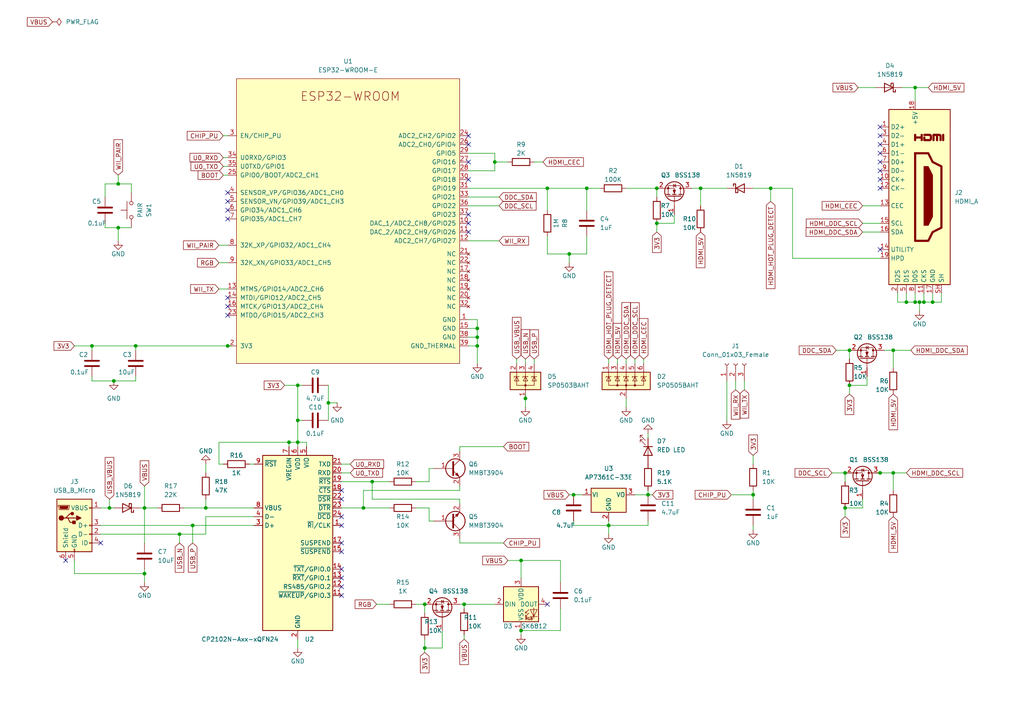
<source format=kicad_sch>
(kicad_sch (version 20211123) (generator eeschema)
  (paper "A4")
  (lib_symbols
    (symbol "Connector:Conn_01x03_Female" (pin_names (offset 1.016) hide)
      (property "Reference" "J" (at 0 5.08 0))
      (property "Value" "Conn_01x03_Female" (at 0 -5.08 0))
      (symbol "Conn_01x03_Female_1_1"
        (pin passive line (at -5.08 2.54 0) (length 3.81) (name "Pin_1") (number "1"))
        (pin passive line (at -5.08 0 0) (length 3.81) (name "Pin_2") (number "2"))
        (pin passive line (at -5.08 -2.54 0) (length 3.81) (name "Pin_3") (number "3"))
      )
    )
    (symbol "Connector:HDMI_A"
      (property "Reference" "J" (at -6.35 26.67 0))
      (property "Value" "HDMI_A" (at 10.16 26.67 0))
      (symbol "HDMI_A_1_1"
        (pin passive line (at -10.16 20.32 0) (length 2.54) (name "D2+") (number "1"))
        (pin passive line (at -10.16 5.08 0) (length 2.54) (name "CK+") (number "10"))
        (pin power_in line (at 2.54 -27.94 90) (length 2.54) (name "CKS") (number "11"))
        (pin passive line (at -10.16 2.54 0) (length 2.54) (name "CK-") (number "12"))
        (pin bidirectional line (at -10.16 -2.54 0) (length 2.54) (name "CEC") (number "13"))
        (pin passive line (at -10.16 -15.24 0) (length 2.54) (name "UTILITY") (number "14"))
        (pin passive line (at -10.16 -7.62 0) (length 2.54) (name "SCL") (number "15"))
        (pin bidirectional line (at -10.16 -10.16 0) (length 2.54) (name "SDA") (number "16"))
        (pin power_in line (at 5.08 -27.94 90) (length 2.54) (name "GND") (number "17"))
        (pin power_in line (at 0 27.94 270) (length 2.54) (name "+5V") (number "18"))
        (pin passive line (at -10.16 -17.78 0) (length 2.54) (name "HPD") (number "19"))
        (pin power_in line (at -5.08 -27.94 90) (length 2.54) (name "D2S") (number "2"))
        (pin passive line (at -10.16 17.78 0) (length 2.54) (name "D2-") (number "3"))
        (pin passive line (at -10.16 15.24 0) (length 2.54) (name "D1+") (number "4"))
        (pin power_in line (at -2.54 -27.94 90) (length 2.54) (name "D1S") (number "5"))
        (pin passive line (at -10.16 12.7 0) (length 2.54) (name "D1-") (number "6"))
        (pin passive line (at -10.16 10.16 0) (length 2.54) (name "D0+") (number "7"))
        (pin power_in line (at 0 -27.94 90) (length 2.54) (name "D0S") (number "8"))
        (pin passive line (at -10.16 7.62 0) (length 2.54) (name "D0-") (number "9"))
        (pin passive line (at 7.62 -27.94 90) (length 2.54) (name "SH") (number "SH"))
      )
    )
    (symbol "Connector:USB_B_Micro" (pin_names (offset 1.016))
      (property "Reference" "J" (at -5.08 11.43 0))
      (property "Value" "USB_B_Micro" (at -5.08 8.89 0))
      (symbol "USB_B_Micro_1_1"
        (pin power_out line (at 7.62 5.08 180) (length 2.54) (name "VBUS") (number "1"))
        (pin bidirectional line (at 7.62 -2.54 180) (length 2.54) (name "D-") (number "2"))
        (pin bidirectional line (at 7.62 0 180) (length 2.54) (name "D+") (number "3"))
        (pin passive line (at 7.62 -5.08 180) (length 2.54) (name "ID") (number "4"))
        (pin power_out line (at 0 -10.16 90) (length 2.54) (name "GND") (number "5"))
        (pin passive line (at -2.54 -10.16 90) (length 2.54) (name "Shield") (number "6"))
      )
    )
    (symbol "Device:C" (pin_numbers hide) (pin_names (offset 0.254))
      (property "Reference" "C" (at 0.635 2.54 0))
      (property "Value" "C" (at 0.635 -2.54 0))
      (symbol "C_1_1"
        (pin passive line (at 0 3.81 270) (length 2.794) (name "~") (number "1"))
        (pin passive line (at 0 -3.81 90) (length 2.794) (name "~") (number "2"))
      )
    )
    (symbol "Device:LED" (pin_numbers hide) (pin_names (offset 1.016) hide)
      (property "Reference" "D" (at 0 2.54 0))
      (property "Value" "LED" (at 0 -2.54 0))
      (symbol "LED_1_1"
        (pin passive line (at -3.81 0 0) (length 2.54) (name "K") (number "1"))
        (pin passive line (at 3.81 0 180) (length 2.54) (name "A") (number "2"))
      )
    )
    (symbol "Device:R" (pin_numbers hide) (pin_names (offset 0))
      (property "Reference" "R" (at 2.032 0 90))
      (property "Value" "R" (at 0 0 90))
      (symbol "R_1_1"
        (pin passive line (at 0 3.81 270) (length 1.27) (name "~") (number "1"))
        (pin passive line (at 0 -3.81 90) (length 1.27) (name "~") (number "2"))
      )
    )
    (symbol "Diode:1N5819" (pin_numbers hide) (pin_names (offset 1.016) hide)
      (property "Reference" "D" (at 0 2.54 0))
      (property "Value" "1N5819" (at 0 -2.54 0))
      (symbol "1N5819_1_1"
        (pin passive line (at -3.81 0 0) (length 2.54) (name "K") (number "1"))
        (pin passive line (at 3.81 0 180) (length 2.54) (name "A") (number "2"))
      )
    )
    (symbol "Espressif:ESP32-WROOM-E" (pin_names (offset 1.016))
      (property "Reference" "U" (at 0 43.18 0))
      (property "Value" "ESP32-WROOM-E" (at 0 -41.91 0))
      (symbol "ESP32-WROOM-E_1_1"
        (text "ESP32-­WROOM­" (at 1.27 36.83 0) (effects (font (size 2.54 2.54))))
        (pin power_in line (at 35.56 -27.94 180) (length 2.54) (name "GND") (number "1"))
        (pin bidirectional line (at 35.56 0 180) (length 2.54) (name "DAC_1/ADC2_CH8/GPIO25") (number "10"))
        (pin bidirectional line (at 35.56 -2.54 180) (length 2.54) (name "DAC_2/ADC2_CH9/GPIO26") (number "11"))
        (pin bidirectional line (at 35.56 -5.08 180) (length 2.54) (name "ADC2_CH7/GPIO27") (number "12"))
        (pin bidirectional line (at -34.29 -19.05 0) (length 2.54) (name "MTMS/GPIO14/ADC2_CH6") (number "13"))
        (pin bidirectional line (at -34.29 -21.59 0) (length 2.54) (name "MTDI/GPIO12/ADC2_CH5") (number "14"))
        (pin power_in line (at 35.56 -30.48 180) (length 2.54) (name "GND") (number "15"))
        (pin bidirectional line (at -34.29 -24.13 0) (length 2.54) (name "MTCK/GPIO13/ADC2_CH4") (number "16"))
        (pin no_connect line (at 35.56 -13.97 180) (length 2.54) (name "NC") (number "17"))
        (pin no_connect line (at 35.56 -16.51 180) (length 2.54) (name "NC") (number "18"))
        (pin no_connect line (at 35.56 -19.05 180) (length 2.54) (name "NC") (number "19"))
        (pin power_in line (at -34.29 -35.56 0) (length 2.54) (name "3V3") (number "2"))
        (pin no_connect line (at 35.56 -21.59 180) (length 2.54) (name "NC") (number "20"))
        (pin no_connect line (at 35.56 -8.89 180) (length 2.54) (name "NC") (number "21"))
        (pin no_connect line (at 35.56 -11.43 180) (length 2.54) (name "NC") (number "22"))
        (pin bidirectional line (at -34.29 -26.67 0) (length 2.54) (name "MTDO/GPIO15/ADC2_CH3") (number "23"))
        (pin bidirectional line (at 35.56 25.4 180) (length 2.54) (name "ADC2_CH2/GPIO2") (number "24"))
        (pin bidirectional line (at -34.29 13.97 0) (length 2.54) (name "GPIO0/BOOT/ADC2_CH1") (number "25"))
        (pin bidirectional line (at 35.56 22.86 180) (length 2.54) (name "ADC2_CH0/GPIO4") (number "26"))
        (pin bidirectional line (at 35.56 17.78 180) (length 2.54) (name "GPIO16") (number "27"))
        (pin bidirectional line (at 35.56 15.24 180) (length 2.54) (name "GPIO17") (number "28"))
        (pin bidirectional line (at 35.56 20.32 180) (length 2.54) (name "GPIO5") (number "29"))
        (pin input line (at -34.29 25.4 0) (length 2.54) (name "EN/CHIP_PU") (number "3"))
        (pin bidirectional line (at 35.56 12.7 180) (length 2.54) (name "GPIO18") (number "30"))
        (pin bidirectional line (at 35.56 10.16 180) (length 2.54) (name "GPIO19") (number "31"))
        (pin no_connect line (at 35.56 -24.13 180) (length 2.54) (name "NC") (number "32"))
        (pin bidirectional line (at 35.56 7.62 180) (length 2.54) (name "GPIO21") (number "33"))
        (pin bidirectional line (at -34.29 19.05 0) (length 2.54) (name "U0RXD/GPIO3") (number "34"))
        (pin bidirectional line (at -34.29 16.51 0) (length 2.54) (name "U0TXD/GPIO1") (number "35"))
        (pin bidirectional line (at 35.56 5.08 180) (length 2.54) (name "GPIO22") (number "36"))
        (pin bidirectional line (at 35.56 2.54 180) (length 2.54) (name "GPIO23") (number "37"))
        (pin power_in line (at 35.56 -33.02 180) (length 2.54) (name "GND") (number "38"))
        (pin power_in line (at 35.56 -35.56 180) (length 2.54) (name "GND_THERMAL") (number "39"))
        (pin input line (at -34.29 8.89 0) (length 2.54) (name "SENSOR_VP/GPIO36/ADC1_CH0") (number "4"))
        (pin input line (at -34.29 6.35 0) (length 2.54) (name "SENSOR_VN/GPIO39/ADC1_CH3") (number "5"))
        (pin input line (at -34.29 3.81 0) (length 2.54) (name "GPIO34/ADC1_CH6") (number "6"))
        (pin input line (at -34.29 1.27 0) (length 2.54) (name "GPIO35/ADC1_CH7") (number "7"))
        (pin bidirectional line (at -34.29 -6.35 0) (length 2.54) (name "32K_XP/GPIO32/ADC1_CH4") (number "8"))
        (pin bidirectional line (at -34.29 -11.43 0) (length 2.54) (name "32K_XN/GPIO33/ADC1_CH5") (number "9"))
      )
    )
    (symbol "Interface_USB:CP2102N-Axx-xQFN24"
      (property "Reference" "U" (at -8.89 26.67 0))
      (property "Value" "CP2102N-Axx-xQFN24" (at 13.97 26.67 0))
      (symbol "CP2102N-Axx-xQFN24_1_1"
        (pin bidirectional line (at 12.7 5.08 180) (length 2.54) (name "~{RI}/CLK") (number "1"))
        (pin no_connect line (at -10.16 -22.86 0) (length 2.54) hide (name "NC") (number "10"))
        (pin bidirectional line (at 12.7 -15.24 180) (length 2.54) (name "~{WAKEUP}/GPIO.3") (number "11"))
        (pin bidirectional line (at 12.7 -12.7 180) (length 2.54) (name "RS485/GPIO.2") (number "12"))
        (pin bidirectional line (at 12.7 -10.16 180) (length 2.54) (name "~{RXT}/GPIO.1") (number "13"))
        (pin bidirectional line (at 12.7 -7.62 180) (length 2.54) (name "~{TXT}/GPIO.0") (number "14"))
        (pin output line (at 12.7 -2.54 180) (length 2.54) (name "~{SUSPEND}") (number "15"))
        (pin no_connect line (at 10.16 -22.86 180) (length 2.54) hide (name "NC") (number "16"))
        (pin output line (at 12.7 0 180) (length 2.54) (name "SUSPEND") (number "17"))
        (pin input line (at 12.7 15.24 180) (length 2.54) (name "~{CTS}") (number "18"))
        (pin output line (at 12.7 17.78 180) (length 2.54) (name "~{RTS}") (number "19"))
        (pin power_in line (at 0 -27.94 90) (length 2.54) (name "GND") (number "2"))
        (pin input line (at 12.7 20.32 180) (length 2.54) (name "RXD") (number "20"))
        (pin output line (at 12.7 22.86 180) (length 2.54) (name "TXD") (number "21"))
        (pin input line (at 12.7 12.7 180) (length 2.54) (name "~{DSR}") (number "22"))
        (pin output line (at 12.7 10.16 180) (length 2.54) (name "~{DTR}") (number "23"))
        (pin input line (at 12.7 7.62 180) (length 2.54) (name "~{DCD}") (number "24"))
        (pin passive line (at 0 -27.94 90) (length 2.54) hide (name "GND") (number "25"))
        (pin bidirectional line (at -12.7 5.08 0) (length 2.54) (name "D+") (number "3"))
        (pin bidirectional line (at -12.7 7.62 0) (length 2.54) (name "D-") (number "4"))
        (pin power_in line (at 2.54 27.94 270) (length 2.54) (name "VIO") (number "5"))
        (pin power_in line (at 0 27.94 270) (length 2.54) (name "VDD") (number "6"))
        (pin power_in line (at -2.54 27.94 270) (length 2.54) (name "VREGIN") (number "7"))
        (pin input line (at -12.7 10.16 0) (length 2.54) (name "VBUS") (number "8"))
        (pin input line (at -12.7 22.86 0) (length 2.54) (name "~{RST}") (number "9"))
      )
    )
    (symbol "LED:SK6812" (pin_names (offset 0.254))
      (property "Reference" "D" (at 5.08 5.715 0))
      (property "Value" "SK6812" (at 1.27 -5.715 0))
      (symbol "SK6812_0_0"
        (text "RGB" (at 2.286 -4.191 0) (effects (font (size 0.762 0.762))))
      )
      (symbol "SK6812_1_1"
        (pin power_in line (at 0 -7.62 90) (length 2.54) (name "VSS") (number "1"))
        (pin input line (at -7.62 0 0) (length 2.54) (name "DIN") (number "2"))
        (pin power_in line (at 0 7.62 270) (length 2.54) (name "VDD") (number "3"))
        (pin output line (at 7.62 0 180) (length 2.54) (name "DOUT") (number "4"))
      )
    )
    (symbol "Power_Protection:SP0503BAHT" (pin_names hide)
      (property "Reference" "D" (at 5.715 2.54 0))
      (property "Value" "SP0503BAHT" (at 5.715 0.635 0))
      (symbol "SP0503BAHT_0_0"
        (pin passive line (at 0 -5.08 90) (length 2.54) (name "A") (number "1"))
      )
      (symbol "SP0503BAHT_1_1"
        (pin passive line (at -2.54 5.08 270) (length 2.54) (name "K") (number "2"))
        (pin passive line (at 0 5.08 270) (length 2.54) (name "K") (number "3"))
        (pin passive line (at 2.54 5.08 270) (length 2.54) (name "K") (number "4"))
      )
    )
    (symbol "Power_Protection:SP0505BAHT" (pin_names hide)
      (property "Reference" "D" (at 7.62 2.54 0))
      (property "Value" "SP0505BAHT" (at 7.62 0.635 0))
      (symbol "SP0505BAHT_0_0"
        (pin passive line (at 0 -5.08 90) (length 2.54) (name "A") (number "2"))
      )
      (symbol "SP0505BAHT_1_1"
        (pin passive line (at -5.08 5.08 270) (length 2.54) (name "K") (number "1"))
        (pin passive line (at -2.54 5.08 270) (length 2.54) (name "K") (number "3"))
        (pin passive line (at 0 5.08 270) (length 2.54) (name "K") (number "4"))
        (pin passive line (at 2.54 5.08 270) (length 2.54) (name "K") (number "5"))
        (pin passive line (at 5.08 5.08 270) (length 2.54) (name "K") (number "6"))
      )
    )
    (symbol "Regulator_Linear:AP7361C-33E" (pin_names (offset 0.254))
      (property "Reference" "U" (at -3.81 3.175 0))
      (property "Value" "AP7361C-33E" (at 0 3.175 0))
      (symbol "AP7361C-33E_1_1"
        (pin power_in line (at -7.62 0 0) (length 2.54) (name "VI") (number "1"))
        (pin power_in line (at 0 -7.62 90) (length 2.54) (name "GND") (number "2"))
        (pin power_out line (at 7.62 0 180) (length 2.54) (name "VO") (number "3"))
      )
    )
    (symbol "Switch:SW_Push" (pin_numbers hide) (pin_names (offset 1.016) hide)
      (property "Reference" "SW" (at 1.27 2.54 0))
      (property "Value" "SW_Push" (at 0 -1.524 0))
      (symbol "SW_Push_0_1"
        (pin passive line (at -5.08 0 0) (length 2.54) (name "1") (number "1"))
        (pin passive line (at 5.08 0 180) (length 2.54) (name "2") (number "2"))
      )
    )
    (symbol "Transistor_BJT:MMBT3904" (pin_names (offset 0) hide)
      (property "Reference" "Q" (at 5.08 1.905 0))
      (property "Value" "MMBT3904" (at 5.08 0 0))
      (symbol "MMBT3904_1_1"
        (pin input line (at -5.08 0 0) (length 5.715) (name "B") (number "1"))
        (pin passive line (at 2.54 -5.08 90) (length 2.54) (name "E") (number "2"))
        (pin passive line (at 2.54 5.08 270) (length 2.54) (name "C") (number "3"))
      )
    )
    (symbol "Transistor_FET:BSS138" (pin_names hide)
      (property "Reference" "Q" (at 5.08 1.905 0))
      (property "Value" "BSS138" (at 5.08 0 0))
      (symbol "BSS138_1_1"
        (pin input line (at -5.08 0 0) (length 2.54) (name "G") (number "1"))
        (pin passive line (at 2.54 -5.08 90) (length 2.54) (name "S") (number "2"))
        (pin passive line (at 2.54 5.08 270) (length 2.54) (name "D") (number "3"))
      )
    )
    (symbol "power:GND" (power) (pin_names (offset 0))
      (property "Value" "GND" (at 0 -3.81 0))
      (symbol "GND_1_1"
        (pin power_in line (at 0 0 270) (length 0) hide (name "GND") (number "1"))
      )
    )
    (symbol "power:PWR_FLAG" (power) (pin_numbers hide) (pin_names (offset 0) hide)
      (property "Value" "PWR_FLAG" (at 0 3.81 0))
      (symbol "PWR_FLAG_0_0"
        (pin power_out line (at 0 0 90) (length 0) (name "pwr") (number "1"))
      )
    )
  )
  (junction (at 152.4 115.57))
  (junction (at 176.53 152.4))
  (junction (at 187.96 143.51))
  (junction (at 267.97 87.63))
  (junction (at 138.43 97.79))
  (junction (at 105.41 147.32))
  (junction (at 165.1 73.66))
  (junction (at 26.67 100.33))
  (junction (at 66.04 100.33))
  (junction (at 270.51 87.63))
  (junction (at 55.88 152.4))
  (junction (at 95.25 116.84))
  (junction (at 166.37 143.51))
  (junction (at 262.89 87.63))
  (junction (at 41.91 147.32))
  (junction (at 138.43 95.25))
  (junction (at 151.13 182.88))
  (junction (at 259.08 137.16))
  (junction (at 223.52 54.61))
  (junction (at 190.5 54.61))
  (junction (at 143.51 46.99))
  (junction (at 259.08 101.6))
  (junction (at 158.75 54.61))
  (junction (at 266.7 87.63))
  (junction (at 39.37 100.33))
  (junction (at 52.07 154.94))
  (junction (at 34.29 66.04))
  (junction (at 107.95 139.7))
  (junction (at 203.2 54.61))
  (junction (at 245.11 147.32))
  (junction (at 31.75 147.32))
  (junction (at 218.44 143.51))
  (junction (at 123.19 175.26))
  (junction (at 86.36 128.27))
  (junction (at 134.62 175.26))
  (junction (at 33.02 110.49))
  (junction (at 83.82 128.27))
  (junction (at 59.69 147.32))
  (junction (at 246.38 111.76))
  (junction (at 34.29 53.34))
  (junction (at 255.27 137.16))
  (junction (at 170.18 54.61))
  (junction (at 123.19 187.96))
  (junction (at 86.36 121.92))
  (junction (at 86.36 111.76))
  (junction (at 245.11 137.16))
  (junction (at 190.5 64.77))
  (junction (at 246.38 101.6))
  (junction (at 265.43 25.4))
  (junction (at 151.13 162.56))
  (junction (at 41.91 166.37))
  (junction (at 138.43 100.33))
  (junction (at 265.43 87.63))
  (no_connect (at 66.04 58.42))
  (no_connect (at 135.89 67.31))
  (no_connect (at 99.06 152.4))
  (no_connect (at 135.89 52.07))
  (no_connect (at 99.06 167.64))
  (no_connect (at 135.89 46.99))
  (no_connect (at 99.06 170.18))
  (no_connect (at 66.04 86.36))
  (no_connect (at 29.21 157.48))
  (no_connect (at 99.06 165.1))
  (no_connect (at 66.04 91.44))
  (no_connect (at 66.04 88.9))
  (no_connect (at 135.89 64.77))
  (no_connect (at 99.06 144.78))
  (no_connect (at 99.06 142.24))
  (no_connect (at 66.04 63.5))
  (no_connect (at 158.75 175.26))
  (no_connect (at 135.89 39.37))
  (no_connect (at 99.06 157.48))
  (no_connect (at 99.06 172.72))
  (no_connect (at 99.06 160.02))
  (no_connect (at 66.04 60.96))
  (no_connect (at 255.27 72.39))
  (no_connect (at 255.27 36.83))
  (no_connect (at 255.27 39.37))
  (no_connect (at 255.27 41.91))
  (no_connect (at 255.27 44.45))
  (no_connect (at 255.27 46.99))
  (no_connect (at 255.27 49.53))
  (no_connect (at 255.27 52.07))
  (no_connect (at 255.27 54.61))
  (no_connect (at 19.05 162.56))
  (no_connect (at 66.04 55.88))
  (no_connect (at 135.89 62.23))
  (no_connect (at 99.06 149.86))
  (no_connect (at 135.89 41.91))
  (wire (pts (xy 34.29 53.34) (xy 38.1 53.34)))
  (wire (pts (xy 133.35 157.48) (xy 146.05 157.48)))
  (wire (pts (xy 124.46 147.32) (xy 124.46 151.13)))
  (wire (pts (xy 99.06 147.32) (xy 105.41 147.32)))
  (wire (pts (xy 59.69 147.32) (xy 73.66 147.32)))
  (wire (pts (xy 135.89 97.79) (xy 138.43 97.79)))
  (wire (pts (xy 184.15 143.51) (xy 187.96 143.51)))
  (wire (pts (xy 143.51 46.99) (xy 147.32 46.99)))
  (wire (pts (xy 267.97 87.63) (xy 266.7 87.63)))
  (wire (pts (xy 158.75 73.66) (xy 165.1 73.66)))
  (wire (pts (xy 151.13 182.88) (xy 151.13 184.15)))
  (wire (pts (xy 30.48 66.04) (xy 34.29 66.04)))
  (wire (pts (xy 135.89 92.71) (xy 138.43 92.71)))
  (wire (pts (xy 162.56 168.91) (xy 162.56 162.56)))
  (wire (pts (xy 176.53 152.4) (xy 187.96 152.4)))
  (wire (pts (xy 86.36 111.76) (xy 87.63 111.76)))
  (wire (pts (xy 40.64 147.32) (xy 41.91 147.32)))
  (wire (pts (xy 109.22 175.26) (xy 113.03 175.26)))
  (wire (pts (xy 134.62 176.53) (xy 134.62 175.26)))
  (wire (pts (xy 124.46 135.89) (xy 125.73 135.89)))
  (wire (pts (xy 59.69 149.86) (xy 59.69 154.94)))
  (wire (pts (xy 152.4 104.14) (xy 152.4 105.41)))
  (wire (pts (xy 123.19 187.96) (xy 123.19 185.42)))
  (wire (pts (xy 187.96 143.51) (xy 189.23 143.51)))
  (wire (pts (xy 187.96 142.24) (xy 187.96 143.51)))
  (wire (pts (xy 218.44 142.24) (xy 218.44 143.51)))
  (wire (pts (xy 30.48 57.15) (xy 30.48 53.34)))
  (wire (pts (xy 30.48 53.34) (xy 34.29 53.34)))
  (wire (pts (xy 158.75 54.61) (xy 158.75 60.96)))
  (wire (pts (xy 250.19 67.31) (xy 255.27 67.31)))
  (wire (pts (xy 186.69 104.14) (xy 186.69 105.41)))
  (wire (pts (xy 170.18 54.61) (xy 170.18 60.96)))
  (wire (pts (xy 260.35 87.63) (xy 260.35 85.09)))
  (wire (pts (xy 266.7 87.63) (xy 265.43 87.63)))
  (wire (pts (xy 33.02 110.49) (xy 39.37 110.49)))
  (wire (pts (xy 265.43 87.63) (xy 262.89 87.63)))
  (wire (pts (xy 223.52 54.61) (xy 229.87 54.61)))
  (wire (pts (xy 270.51 87.63) (xy 267.97 87.63)))
  (wire (pts (xy 133.35 146.05) (xy 133.35 144.78)))
  (wire (pts (xy 133.35 144.78) (xy 107.95 144.78)))
  (wire (pts (xy 41.91 166.37) (xy 41.91 168.91)))
  (wire (pts (xy 64.77 50.8) (xy 66.04 50.8)))
  (wire (pts (xy 176.53 151.13) (xy 176.53 152.4)))
  (wire (pts (xy 86.36 121.92) (xy 87.63 121.92)))
  (wire (pts (xy 124.46 139.7) (xy 124.46 135.89)))
  (wire (pts (xy 53.34 147.32) (xy 59.69 147.32)))
  (wire (pts (xy 218.44 152.4) (xy 218.44 153.67)))
  (wire (pts (xy 26.67 100.33) (xy 39.37 100.33)))
  (wire (pts (xy 135.89 49.53) (xy 143.51 49.53)))
  (wire (pts (xy 29.21 154.94) (xy 52.07 154.94)))
  (wire (pts (xy 31.75 147.32) (xy 33.02 147.32)))
  (wire (pts (xy 133.35 142.24) (xy 105.41 142.24)))
  (wire (pts (xy 245.11 147.32) (xy 250.19 147.32)))
  (wire (pts (xy 212.09 143.51) (xy 218.44 143.51)))
  (wire (pts (xy 162.56 176.53) (xy 162.56 182.88)))
  (wire (pts (xy 218.44 54.61) (xy 223.52 54.61)))
  (wire (pts (xy 190.5 64.77) (xy 190.5 67.31)))
  (wire (pts (xy 176.53 104.14) (xy 176.53 105.41)))
  (wire (pts (xy 165.1 143.51) (xy 166.37 143.51)))
  (wire (pts (xy 203.2 59.69) (xy 203.2 54.61)))
  (wire (pts (xy 82.55 111.76) (xy 86.36 111.76)))
  (wire (pts (xy 210.82 110.49) (xy 210.82 121.92)))
  (wire (pts (xy 250.19 59.69) (xy 255.27 59.69)))
  (wire (pts (xy 181.61 118.11) (xy 181.61 115.57)))
  (wire (pts (xy 66.04 100.33) (xy 67.31 100.33)))
  (wire (pts (xy 120.65 175.26) (xy 123.19 175.26)))
  (wire (pts (xy 259.08 137.16) (xy 262.89 137.16)))
  (wire (pts (xy 135.89 54.61) (xy 158.75 54.61)))
  (wire (pts (xy 63.5 71.12) (xy 66.04 71.12)))
  (wire (pts (xy 261.62 25.4) (xy 265.43 25.4)))
  (wire (pts (xy 265.43 85.09) (xy 265.43 87.63)))
  (wire (pts (xy 124.46 151.13) (xy 125.73 151.13)))
  (wire (pts (xy 245.11 137.16) (xy 245.11 139.7)))
  (wire (pts (xy 134.62 175.26) (xy 143.51 175.26)))
  (wire (pts (xy 95.25 116.84) (xy 95.25 121.92)))
  (wire (pts (xy 166.37 152.4) (xy 176.53 152.4)))
  (wire (pts (xy 195.58 64.77) (xy 190.5 64.77)))
  (wire (pts (xy 266.7 90.17) (xy 266.7 87.63)))
  (wire (pts (xy 66.04 45.72) (xy 64.77 45.72)))
  (wire (pts (xy 151.13 162.56) (xy 151.13 167.64)))
  (wire (pts (xy 223.52 54.61) (xy 223.52 58.42)))
  (wire (pts (xy 120.65 139.7) (xy 124.46 139.7)))
  (wire (pts (xy 190.5 57.15) (xy 190.5 54.61)))
  (wire (pts (xy 59.69 134.62) (xy 59.69 137.16)))
  (wire (pts (xy 248.92 25.4) (xy 254 25.4)))
  (wire (pts (xy 26.67 110.49) (xy 33.02 110.49)))
  (wire (pts (xy 270.51 85.09) (xy 270.51 87.63)))
  (wire (pts (xy 135.89 95.25) (xy 138.43 95.25)))
  (wire (pts (xy 95.25 111.76) (xy 95.25 116.84)))
  (wire (pts (xy 218.44 143.51) (xy 218.44 144.78)))
  (wire (pts (xy 203.2 54.61) (xy 210.82 54.61)))
  (wire (pts (xy 213.36 113.03) (xy 213.36 110.49)))
  (wire (pts (xy 64.77 39.37) (xy 66.04 39.37)))
  (wire (pts (xy 86.36 185.42) (xy 86.36 187.96)))
  (wire (pts (xy 245.11 147.32) (xy 245.11 149.86)))
  (wire (pts (xy 187.96 151.13) (xy 187.96 152.4)))
  (wire (pts (xy 39.37 100.33) (xy 66.04 100.33)))
  (wire (pts (xy 99.06 134.62) (xy 101.6 134.62)))
  (wire (pts (xy 29.21 147.32) (xy 31.75 147.32)))
  (wire (pts (xy 138.43 95.25) (xy 138.43 97.79)))
  (wire (pts (xy 215.9 113.03) (xy 215.9 110.49)))
  (wire (pts (xy 99.06 139.7) (xy 107.95 139.7)))
  (wire (pts (xy 41.91 140.97) (xy 41.91 147.32)))
  (wire (pts (xy 200.66 54.61) (xy 203.2 54.61)))
  (wire (pts (xy 55.88 157.48) (xy 55.88 152.4)))
  (wire (pts (xy 134.62 184.15) (xy 134.62 185.42)))
  (wire (pts (xy 254 137.16) (xy 255.27 137.16)))
  (wire (pts (xy 107.95 139.7) (xy 113.03 139.7)))
  (wire (pts (xy 83.82 128.27) (xy 86.36 128.27)))
  (wire (pts (xy 135.89 100.33) (xy 138.43 100.33)))
  (wire (pts (xy 251.46 111.76) (xy 246.38 111.76)))
  (wire (pts (xy 41.91 147.32) (xy 45.72 147.32)))
  (wire (pts (xy 246.38 111.76) (xy 246.38 114.3)))
  (wire (pts (xy 34.29 66.04) (xy 34.29 69.85)))
  (wire (pts (xy 229.87 74.93) (xy 255.27 74.93)))
  (wire (pts (xy 30.48 64.77) (xy 30.48 66.04)))
  (wire (pts (xy 26.67 109.22) (xy 26.67 110.49)))
  (wire (pts (xy 158.75 68.58) (xy 158.75 73.66)))
  (wire (pts (xy 176.53 152.4) (xy 176.53 154.94)))
  (wire (pts (xy 133.35 130.81) (xy 133.35 129.54)))
  (wire (pts (xy 144.78 57.15) (xy 135.89 57.15)))
  (wire (pts (xy 154.94 104.14) (xy 154.94 105.41)))
  (wire (pts (xy 86.36 129.54) (xy 86.36 128.27)))
  (wire (pts (xy 21.59 100.33) (xy 26.67 100.33)))
  (wire (pts (xy 86.36 128.27) (xy 86.36 121.92)))
  (wire (pts (xy 52.07 154.94) (xy 52.07 157.48)))
  (wire (pts (xy 41.91 165.1) (xy 41.91 166.37)))
  (wire (pts (xy 86.36 111.76) (xy 86.36 121.92)))
  (wire (pts (xy 135.89 44.45) (xy 143.51 44.45)))
  (wire (pts (xy 138.43 92.71) (xy 138.43 95.25)))
  (wire (pts (xy 105.41 147.32) (xy 113.03 147.32)))
  (wire (pts (xy 83.82 129.54) (xy 83.82 128.27)))
  (wire (pts (xy 170.18 68.58) (xy 170.18 73.66)))
  (wire (pts (xy 250.19 147.32) (xy 250.19 144.78)))
  (wire (pts (xy 31.75 144.78) (xy 31.75 147.32)))
  (wire (pts (xy 187.96 125.73) (xy 187.96 127)))
  (wire (pts (xy 63.5 76.2) (xy 66.04 76.2)))
  (wire (pts (xy 138.43 100.33) (xy 138.43 105.41)))
  (wire (pts (xy 66.04 48.26) (xy 64.77 48.26)))
  (wire (pts (xy 255.27 137.16) (xy 259.08 137.16)))
  (wire (pts (xy 242.57 101.6) (xy 246.38 101.6)))
  (wire (pts (xy 128.27 187.96) (xy 123.19 187.96)))
  (wire (pts (xy 265.43 25.4) (xy 269.24 25.4)))
  (wire (pts (xy 143.51 49.53) (xy 143.51 46.99)))
  (wire (pts (xy 181.61 104.14) (xy 181.61 105.41)))
  (wire (pts (xy 181.61 54.61) (xy 190.5 54.61)))
  (wire (pts (xy 165.1 73.66) (xy 165.1 76.2)))
  (wire (pts (xy 39.37 100.33) (xy 39.37 101.6)))
  (wire (pts (xy 26.67 100.33) (xy 26.67 101.6)))
  (wire (pts (xy 38.1 66.04) (xy 34.29 66.04)))
  (wire (pts (xy 246.38 104.14) (xy 246.38 101.6)))
  (wire (pts (xy 158.75 54.61) (xy 170.18 54.61)))
  (wire (pts (xy 157.48 46.99) (xy 154.94 46.99)))
  (wire (pts (xy 151.13 182.88) (xy 162.56 182.88)))
  (wire (pts (xy 143.51 44.45) (xy 143.51 46.99)))
  (wire (pts (xy 166.37 151.13) (xy 166.37 152.4)))
  (wire (pts (xy 64.77 134.62) (xy 63.5 134.62)))
  (wire (pts (xy 218.44 132.08) (xy 218.44 134.62)))
  (wire (pts (xy 105.41 142.24) (xy 105.41 147.32)))
  (wire (pts (xy 21.59 166.37) (xy 41.91 166.37)))
  (wire (pts (xy 166.37 143.51) (xy 168.91 143.51)))
  (wire (pts (xy 250.19 64.77) (xy 255.27 64.77)))
  (wire (pts (xy 29.21 152.4) (xy 55.88 152.4)))
  (wire (pts (xy 229.87 74.93) (xy 229.87 54.61)))
  (wire (pts (xy 133.35 129.54) (xy 146.05 129.54)))
  (wire (pts (xy 63.5 83.82) (xy 66.04 83.82)))
  (wire (pts (xy 52.07 154.94) (xy 59.69 154.94)))
  (wire (pts (xy 262.89 85.09) (xy 262.89 87.63)))
  (wire (pts (xy 256.54 101.6) (xy 259.08 101.6)))
  (wire (pts (xy 184.15 104.14) (xy 184.15 105.41)))
  (wire (pts (xy 123.19 177.8) (xy 123.19 175.26)))
  (wire (pts (xy 21.59 162.56) (xy 21.59 166.37)))
  (wire (pts (xy 41.91 147.32) (xy 41.91 157.48)))
  (wire (pts (xy 144.78 59.69) (xy 135.89 59.69)))
  (wire (pts (xy 151.13 162.56) (xy 162.56 162.56)))
  (wire (pts (xy 63.5 134.62) (xy 63.5 128.27)))
  (wire (pts (xy 170.18 54.61) (xy 173.99 54.61)))
  (wire (pts (xy 107.95 144.78) (xy 107.95 139.7)))
  (wire (pts (xy 38.1 55.88) (xy 38.1 53.34)))
  (wire (pts (xy 144.78 69.85) (xy 135.89 69.85)))
  (wire (pts (xy 165.1 73.66) (xy 170.18 73.66)))
  (wire (pts (xy 152.4 114.3) (xy 152.4 115.57)))
  (wire (pts (xy 273.05 85.09) (xy 273.05 87.63)))
  (wire (pts (xy 267.97 85.09) (xy 267.97 87.63)))
  (wire (pts (xy 128.27 187.96) (xy 128.27 182.88)))
  (wire (pts (xy 251.46 111.76) (xy 251.46 109.22)))
  (wire (pts (xy 88.9 129.54) (xy 88.9 128.27)))
  (wire (pts (xy 59.69 144.78) (xy 59.69 147.32)))
  (wire (pts (xy 259.08 142.24) (xy 259.08 137.16)))
  (wire (pts (xy 34.29 53.34) (xy 34.29 50.8)))
  (wire (pts (xy 59.69 149.86) (xy 73.66 149.86)))
  (wire (pts (xy 152.4 115.57) (xy 152.4 118.11)))
  (wire (pts (xy 262.89 87.63) (xy 260.35 87.63)))
  (wire (pts (xy 273.05 87.63) (xy 270.51 87.63)))
  (wire (pts (xy 259.08 101.6) (xy 264.16 101.6)))
  (wire (pts (xy 133.35 156.21) (xy 133.35 157.48)))
  (wire (pts (xy 123.19 189.23) (xy 123.19 187.96)))
  (wire (pts (xy 99.06 137.16) (xy 101.6 137.16)))
  (wire (pts (xy 147.32 162.56) (xy 151.13 162.56)))
  (wire (pts (xy 259.08 106.68) (xy 259.08 101.6)))
  (wire (pts (xy 72.39 134.62) (xy 73.66 134.62)))
  (wire (pts (xy 39.37 109.22) (xy 39.37 110.49)))
  (wire (pts (xy 95.25 116.84) (xy 97.79 116.84)))
  (wire (pts (xy 55.88 152.4) (xy 73.66 152.4)))
  (wire (pts (xy 133.35 175.26) (xy 134.62 175.26)))
  (wire (pts (xy 88.9 128.27) (xy 86.36 128.27)))
  (wire (pts (xy 241.3 137.16) (xy 245.11 137.16)))
  (wire (pts (xy 179.07 104.14) (xy 179.07 105.41)))
  (wire (pts (xy 149.86 104.14) (xy 149.86 105.41)))
  (wire (pts (xy 63.5 128.27) (xy 83.82 128.27)))
  (wire (pts (xy 138.43 97.79) (xy 138.43 100.33)))
  (wire (pts (xy 120.65 147.32) (xy 124.46 147.32)))
  (wire (pts (xy 133.35 140.97) (xy 133.35 142.24)))
  (wire (pts (xy 195.58 64.77) (xy 195.58 62.23)))
  (wire (pts (xy 265.43 25.4) (xy 265.43 29.21)))
  (global_label "DDC_SCL" (shape input) (at 144.78 59.69 0) (property "Intersheet References" "${INTERSHEET_REFS}" (effects hide)))
  (global_label "CHIP_PU" (shape input) (at 212.09 143.51 180) (property "Intersheet References" "${INTERSHEET_REFS}" (effects hide)))
  (global_label "HDMI_DDC_SDA" (shape input) (at 250.19 67.31 180) (property "Intersheet References" "${INTERSHEET_REFS}" (effects hide)))
  (global_label "VBUS" (shape input) (at 15.24 6.35 180) (property "Intersheet References" "${INTERSHEET_REFS}" (effects hide)))
  (global_label "VBUS" (shape input) (at 165.1 143.51 180) (property "Intersheet References" "${INTERSHEET_REFS}" (effects hide)))
  (global_label "VBUS" (shape input) (at 134.62 185.42 270) (property "Intersheet References" "${INTERSHEET_REFS}" (effects hide)))
  (global_label "HDMI_HOT_PLUG_DETECT" (shape input) (at 176.53 104.14 90) (property "Intersheet References" "${INTERSHEET_REFS}" (effects hide)))
  (global_label "U0_RXD" (shape input) (at 101.6 134.62 0) (property "Intersheet References" "${INTERSHEET_REFS}" (effects hide)))
  (global_label "3V3" (shape input) (at 245.11 149.86 270) (property "Intersheet References" "${INTERSHEET_REFS}" (effects hide)))
  (global_label "3V3" (shape input) (at 123.19 189.23 270) (property "Intersheet References" "${INTERSHEET_REFS}" (effects hide)))
  (global_label "HDMI_5V" (shape input) (at 203.2 67.31 270) (property "Intersheet References" "${INTERSHEET_REFS}" (effects hide)))
  (global_label "HDMI_CEC" (shape input) (at 250.19 59.69 180) (property "Intersheet References" "${INTERSHEET_REFS}" (effects hide)))
  (global_label "3V3" (shape input) (at 218.44 132.08 90) (property "Intersheet References" "${INTERSHEET_REFS}" (effects hide)))
  (global_label "HDMI_DDC_SCL" (shape input) (at 184.15 104.14 90) (property "Intersheet References" "${INTERSHEET_REFS}" (effects hide)))
  (global_label "USB_N" (shape input) (at 52.07 157.48 270) (property "Intersheet References" "${INTERSHEET_REFS}" (effects hide)))
  (global_label "U0_TXD" (shape input) (at 64.77 48.26 180) (property "Intersheet References" "${INTERSHEET_REFS}" (effects hide)))
  (global_label "HDMI_DDC_SDA" (shape input) (at 181.61 104.14 90) (property "Intersheet References" "${INTERSHEET_REFS}" (effects hide)))
  (global_label "RGB" (shape input) (at 109.22 175.26 180) (property "Intersheet References" "${INTERSHEET_REFS}" (effects hide)))
  (global_label "WII_TX" (shape input) (at 215.9 113.03 270) (property "Intersheet References" "${INTERSHEET_REFS}" (effects hide)))
  (global_label "HDMI_5V" (shape input) (at 259.08 149.86 270) (property "Intersheet References" "${INTERSHEET_REFS}" (effects hide)))
  (global_label "WII_RX" (shape input) (at 213.36 113.03 270) (property "Intersheet References" "${INTERSHEET_REFS}" (effects hide)))
  (global_label "DDC_SDA" (shape input) (at 242.57 101.6 180) (property "Intersheet References" "${INTERSHEET_REFS}" (effects hide)))
  (global_label "VBUS" (shape input) (at 147.32 162.56 180) (property "Intersheet References" "${INTERSHEET_REFS}" (effects hide)))
  (global_label "WII_TX" (shape input) (at 63.5 83.82 180) (property "Intersheet References" "${INTERSHEET_REFS}" (effects hide)))
  (global_label "BOOT" (shape input) (at 64.77 50.8 180) (property "Intersheet References" "${INTERSHEET_REFS}" (effects hide)))
  (global_label "3V3" (shape input) (at 246.38 114.3 270) (property "Intersheet References" "${INTERSHEET_REFS}" (effects hide)))
  (global_label "HDMI_DDC_SCL" (shape input) (at 262.89 137.16 0) (property "Intersheet References" "${INTERSHEET_REFS}" (effects hide)))
  (global_label "VBUS" (shape input) (at 41.91 140.97 90) (property "Intersheet References" "${INTERSHEET_REFS}" (effects hide)))
  (global_label "CHIP_PU" (shape input) (at 64.77 39.37 180) (property "Intersheet References" "${INTERSHEET_REFS}" (effects hide)))
  (global_label "USB_VBUS" (shape input) (at 149.86 104.14 90) (property "Intersheet References" "${INTERSHEET_REFS}" (effects hide)))
  (global_label "U0_RXD" (shape input) (at 64.77 45.72 180) (property "Intersheet References" "${INTERSHEET_REFS}" (effects hide)))
  (global_label "RGB" (shape input) (at 63.5 76.2 180) (property "Intersheet References" "${INTERSHEET_REFS}" (effects hide)))
  (global_label "DDC_SCL" (shape input) (at 241.3 137.16 180) (property "Intersheet References" "${INTERSHEET_REFS}" (effects hide)))
  (global_label "HDMI_5V" (shape input) (at 269.24 25.4 0) (property "Intersheet References" "${INTERSHEET_REFS}" (effects hide)))
  (global_label "HDMI_CEC" (shape input) (at 186.69 104.14 90) (property "Intersheet References" "${INTERSHEET_REFS}" (effects hide)))
  (global_label "WII_PAIR" (shape input) (at 63.5 71.12 180) (property "Intersheet References" "${INTERSHEET_REFS}" (effects hide)))
  (global_label "BOOT" (shape input) (at 146.05 129.54 0) (property "Intersheet References" "${INTERSHEET_REFS}" (effects hide)))
  (global_label "3V3" (shape input) (at 82.55 111.76 180) (property "Intersheet References" "${INTERSHEET_REFS}" (effects hide)))
  (global_label "HDMI_5V" (shape input) (at 259.08 114.3 270) (property "Intersheet References" "${INTERSHEET_REFS}" (effects hide)))
  (global_label "3V3" (shape input) (at 21.59 100.33 180) (property "Intersheet References" "${INTERSHEET_REFS}" (effects hide)))
  (global_label "HDMI_HOT_PLUG_DETECT" (shape input) (at 223.52 58.42 270) (property "Intersheet References" "${INTERSHEET_REFS}" (effects hide)))
  (global_label "USB_P" (shape input) (at 55.88 157.48 270) (property "Intersheet References" "${INTERSHEET_REFS}" (effects hide)))
  (global_label "WII_RX" (shape input) (at 144.78 69.85 0) (property "Intersheet References" "${INTERSHEET_REFS}" (effects hide)))
  (global_label "DDC_SDA" (shape input) (at 144.78 57.15 0) (property "Intersheet References" "${INTERSHEET_REFS}" (effects hide)))
  (global_label "HDMI_DDC_SCL" (shape input) (at 250.19 64.77 180) (property "Intersheet References" "${INTERSHEET_REFS}" (effects hide)))
  (global_label "USB_N" (shape input) (at 152.4 104.14 90) (property "Intersheet References" "${INTERSHEET_REFS}" (effects hide)))
  (global_label "HDMI_5V" (shape input) (at 179.07 104.14 90) (property "Intersheet References" "${INTERSHEET_REFS}" (effects hide)))
  (global_label "CHIP_PU" (shape input) (at 146.05 157.48 0) (property "Intersheet References" "${INTERSHEET_REFS}" (effects hide)))
  (global_label "USB_P" (shape input) (at 154.94 104.14 90) (property "Intersheet References" "${INTERSHEET_REFS}" (effects hide)))
  (global_label "3V3" (shape input) (at 190.5 67.31 270) (property "Intersheet References" "${INTERSHEET_REFS}" (effects hide)))
  (global_label "3V3" (shape input) (at 189.23 143.51 0) (property "Intersheet References" "${INTERSHEET_REFS}" (effects hide)))
  (global_label "HDMI_DDC_SDA" (shape input) (at 264.16 101.6 0) (property "Intersheet References" "${INTERSHEET_REFS}" (effects hide)))
  (global_label "U0_TXD" (shape input) (at 101.6 137.16 0) (property "Intersheet References" "${INTERSHEET_REFS}" (effects hide)))
  (global_label "WII_PAIR" (shape input) (at 34.29 50.8 90) (property "Intersheet References" "${INTERSHEET_REFS}" (effects hide)))
  (global_label "VBUS" (shape input) (at 248.92 25.4 180) (property "Intersheet References" "${INTERSHEET_REFS}" (effects hide)))
  (global_label "USB_VBUS" (shape input) (at 31.75 144.78 90) (property "Intersheet References" "${INTERSHEET_REFS}" (effects hide)))
  (global_label "HDMI_CEC" (shape input) (at 157.48 46.99 0) (property "Intersheet References" "${INTERSHEET_REFS}" (effects hide)))
  (symbol (lib_id "Device:R") (at 59.69 140.97 0) (unit 1)
    (property "Reference" "R18" (at 62.23 139.6999 0) (effects (justify left)))
    (property "Value" "47K" (at 62.23 142.2399 0) (effects (justify left)))
    (property "Footprint" "Resistor_SMD:R_0603_1608Metric" (effects hide))
  )
  (symbol (lib_id "Device:C") (at 91.44 111.76 90) (unit 1)
    (property "Reference" "C9" (at 91.44 107.95 90))
    (property "Value" "4.7uF" (at 91.44 115.57 90))
    (property "Footprint" "Capacitor_SMD:C_0603_1608Metric" (effects hide))
  )
  (symbol (lib_id "Transistor_FET:BSS138") (at 128.27 177.8 270) (mirror x) (unit 1)
    (property "Reference" "Q4" (at 125.73 171.45 90))
    (property "Value" "BSS138" (at 132.08 171.45 90))
    (property "Footprint" "Package_TO_SOT_SMD:SOT-323_SC-70" (effects hide))
    (property "Datasheet" "https://www.onsemi.com/pub/Collateral/BSS138-D.PDF" (effects hide))
  )
  (symbol (lib_id "power:GND") (at 59.69 134.62 180) (unit 1)
    (property "Reference" "#PWR04" (effects hide))
    (property "Value" "GND" (at 59.69 130.81 0))
  )
  (symbol (lib_id "Diode:1N5819") (at 257.81 25.4 180) (unit 1)
    (property "Reference" "D4" (at 258.1275 19.05 0))
    (property "Value" "1N5819" (at 258.1275 21.59 0))
    (property "Footprint" "Diode_SMD:D_SOD-323" (effects hide))
    (property "Datasheet" "http://www.vishay.com/docs/88525/1n5817.pdf" (effects hide))
  )
  (symbol (lib_id "Connector:USB_B_Micro") (at 21.59 152.4 0) (unit 1)
    (property "Reference" "J3" (at 21.59 139.7 0))
    (property "Value" "USB_B_Micro" (at 21.59 142.24 0))
    (property "Footprint" "Connector_USB:USB_Micro-B_Molex-105017-0001" (effects hide))
  )
  (symbol (lib_id "Device:R") (at 116.84 147.32 90) (unit 1)
    (property "Reference" "R14" (at 116.84 149.86 90))
    (property "Value" "10K" (at 116.84 152.4 90))
    (property "Footprint" "Resistor_SMD:R_0603_1608Metric" (effects hide))
  )
  (symbol (lib_id "Device:R") (at 203.2 63.5 0) (mirror y) (unit 1)
    (property "Reference" "R10" (at 201.93 63.5 0) (effects (justify left)))
    (property "Value" "10K" (at 201.93 66.04 0) (effects (justify left)))
    (property "Footprint" "Resistor_SMD:R_0603_1608Metric" (effects hide))
  )
  (symbol (lib_id "Device:R") (at 68.58 134.62 90) (unit 1)
    (property "Reference" "R16" (at 68.58 132.08 90))
    (property "Value" "1K" (at 68.58 137.16 90))
    (property "Footprint" "Resistor_SMD:R_0603_1608Metric" (effects hide))
  )
  (symbol (lib_id "Power_Protection:SP0503BAHT") (at 152.4 110.49 0) (unit 1)
    (property "Reference" "D5" (at 158.75 109.2199 0) (effects (justify left)))
    (property "Value" "SP0503BAHT" (at 158.75 111.7599 0) (effects (justify left)))
    (property "Footprint" "Package_TO_SOT_SMD:SOT-143" (effects hide))
    (property "Datasheet" "http://www.littelfuse.com/~/media/files/littelfuse/technical%20resources/documents/data%20sheets/sp05xxba.pdf" (effects hide))
  )
  (symbol (lib_id "Device:R") (at 49.53 147.32 90) (unit 1)
    (property "Reference" "R17" (at 49.53 140.97 90))
    (property "Value" "22K" (at 49.53 143.51 90))
    (property "Footprint" "Resistor_SMD:R_0603_1608Metric" (effects hide))
  )
  (symbol (lib_id "Device:R") (at 116.84 175.26 90) (unit 1)
    (property "Reference" "R15" (at 116.84 168.91 90))
    (property "Value" "1K" (at 116.84 171.45 90))
    (property "Footprint" "Resistor_SMD:R_0603_1608Metric" (effects hide))
  )
  (symbol (lib_id "Device:C") (at 91.44 121.92 90) (unit 1)
    (property "Reference" "C10" (at 91.44 118.11 90))
    (property "Value" "0.1uF" (at 91.44 125.73 90))
    (property "Footprint" "Capacitor_SMD:C_0603_1608Metric" (effects hide))
  )
  (symbol (lib_id "Device:R") (at 190.5 60.96 0) (mirror y) (unit 1)
    (property "Reference" "R7" (at 194.31 59.69 0) (effects (justify left)))
    (property "Value" "10K" (at 195.58 62.23 0) (effects (justify left)))
    (property "Footprint" "Resistor_SMD:R_0603_1608Metric" (effects hide))
  )
  (symbol (lib_id "Espressif:ESP32-WROOM-E") (at 100.33 64.77 0) (unit 1)
    (property "Reference" "U1" (at 100.965 17.78 0))
    (property "Value" "ESP32-WROOM-E" (at 100.965 20.32 0))
    (property "Footprint" "Espressif:ESP32-WROOM-32E" (effects hide))
    (property "Datasheet" "https://www.espressif.com/sites/default/files/documentation/esp32-wroom-32e_esp32-wroom-32ue_datasheet_en.pdf" (effects hide))
  )
  (symbol (lib_id "Device:C") (at 162.56 172.72 180) (unit 1)
    (property "Reference" "C6" (at 166.37 171.4499 0) (effects (justify right)))
    (property "Value" "0.1uF" (at 166.37 173.9899 0) (effects (justify right)))
    (property "Footprint" "Capacitor_SMD:C_0603_1608Metric" (effects hide))
  )
  (symbol (lib_id "power:GND") (at 34.29 69.85 0) (unit 1)
    (property "Reference" "#PWR02" (effects hide))
    (property "Value" "GND" (at 34.29 73.66 0))
  )
  (symbol (lib_id "Device:C") (at 39.37 105.41 0) (unit 1)
    (property "Reference" "C3" (at 35.56 102.87 0) (effects (justify left)))
    (property "Value" "10uF" (at 34.29 107.95 0) (effects (justify left)))
    (property "Footprint" "Capacitor_SMD:C_0603_1608Metric" (effects hide))
  )
  (symbol (lib_id "Device:R") (at 259.08 146.05 0) (mirror y) (unit 1)
    (property "Reference" "R4" (at 257.81 146.05 0) (effects (justify left)))
    (property "Value" "10K" (at 257.81 148.59 0) (effects (justify left)))
    (property "Footprint" "Resistor_SMD:R_0603_1608Metric" (effects hide))
  )
  (symbol (lib_id "Device:C") (at 166.37 147.32 180) (unit 1)
    (property "Reference" "C8" (at 160.02 148.59 0) (effects (justify right)))
    (property "Value" "4.7uF" (at 161.29 152.4 0) (effects (justify right)))
    (property "Footprint" "Capacitor_SMD:C_0603_1608Metric" (effects hide))
  )
  (symbol (lib_id "power:GND") (at 86.36 187.96 0) (unit 1)
    (property "Reference" "#PWR05" (effects hide))
    (property "Value" "GND" (at 86.36 191.77 0))
  )
  (symbol (lib_id "Device:LED") (at 187.96 130.81 270) (unit 1)
    (property "Reference" "D7" (at 190.5 127.9524 90) (effects (justify left)))
    (property "Value" "RED LED" (at 190.5 130.4924 90) (effects (justify left)))
    (property "Footprint" "LED_SMD:LED_0603_1608Metric" (effects hide))
  )
  (symbol (lib_id "Power_Protection:SP0505BAHT") (at 181.61 110.49 0) (unit 1)
    (property "Reference" "D2" (at 190.5 109.2199 0) (effects (justify left)))
    (property "Value" "SP0505BAHT" (at 190.5 111.7599 0) (effects (justify left)))
    (property "Footprint" "Package_TO_SOT_SMD:SOT-23-6" (effects hide))
    (property "Datasheet" "http://www.littelfuse.com/~/media/files/littelfuse/technical%20resources/documents/data%20sheets/sp05xxba.pdf" (effects hide))
  )
  (symbol (lib_id "power:PWR_FLAG") (at 15.24 6.35 270) (unit 1)
    (property "Reference" "#FLG01" (effects hide))
    (property "Value" "PWR_FLAG" (at 19.05 6.35 90) (effects (justify left)))
  )
  (symbol (lib_id "LED:SK6812") (at 151.13 175.26 0) (unit 1)
    (property "Reference" "D3" (at 147.32 181.61 0))
    (property "Value" "SK6812" (at 154.94 181.61 0))
    (property "Footprint" "LED_SMD:LED_SK6812_PLCC4_5.0x5.0mm_P3.2mm" (effects hide))
    (property "Datasheet" "https://cdn-shop.adafruit.com/product-files/1138/SK6812+LED+datasheet+.pdf" (effects hide))
  )
  (symbol (lib_id "power:GND") (at 41.91 168.91 0) (unit 1)
    (property "Reference" "#PWR03" (effects hide))
    (property "Value" "GND" (at 41.91 172.72 0))
  )
  (symbol (lib_id "power:GND") (at 97.79 116.84 0) (unit 1)
    (property "Reference" "#PWR06" (effects hide))
    (property "Value" "GND" (at 97.79 121.92 0))
  )
  (symbol (lib_id "Transistor_FET:BSS138") (at 251.46 104.14 270) (mirror x) (unit 1)
    (property "Reference" "Q2" (at 248.92 97.79 90))
    (property "Value" "BSS138" (at 255.27 97.79 90))
    (property "Footprint" "Package_TO_SOT_SMD:SOT-323_SC-70" (effects hide))
    (property "Datasheet" "https://www.onsemi.com/pub/Collateral/BSS138-D.PDF" (effects hide))
  )
  (symbol (lib_id "power:GND") (at 151.13 184.15 0) (mirror y) (unit 1)
    (property "Reference" "#PWR08" (effects hide))
    (property "Value" "GND" (at 151.13 187.96 0))
  )
  (symbol (lib_id "Regulator_Linear:AP7361C-33E") (at 176.53 143.51 0) (unit 1)
    (property "Reference" "U3" (at 176.53 135.89 0))
    (property "Value" "AP7361C-33E" (at 176.53 138.43 0))
    (property "Footprint" "Package_TO_SOT_SMD:SOT-223-3_TabPin2" (effects hide))
    (property "Datasheet" "https://www.diodes.com/assets/Datasheets/AP7361C.pdf" (effects hide))
  )
  (symbol (lib_id "Device:R") (at 218.44 138.43 0) (unit 1)
    (property "Reference" "R1" (at 220.98 137.1599 0) (effects (justify left)))
    (property "Value" "10K" (at 220.98 139.6999 0) (effects (justify left)))
    (property "Footprint" "Resistor_SMD:R_0603_1608Metric" (effects hide))
  )
  (symbol (lib_id "Transistor_BJT:MMBT3904") (at 130.81 151.13 0) (mirror x) (unit 1)
    (property "Reference" "Q5" (at 135.89 149.8599 0) (effects (justify left)))
    (property "Value" "MMBT3904" (at 135.89 152.3999 0) (effects (justify left)))
    (property "Footprint" "Package_TO_SOT_SMD:SOT-23" (effects hide))
    (property "Datasheet" "https://www.onsemi.com/pub/Collateral/2N3903-D.PDF" (effects hide))
  )
  (symbol (lib_id "power:GND") (at 138.43 105.41 0) (unit 1)
    (property "Reference" "#PWR07" (effects hide))
    (property "Value" "GND" (at 138.43 109.22 0))
  )
  (symbol (lib_id "Connector:Conn_01x03_Female") (at 213.36 105.41 90) (unit 1)
    (property "Reference" "J1" (at 213.36 100.33 90))
    (property "Value" "Conn_01x03_Female" (at 213.36 102.87 90))
    (property "Footprint" "Connector_JST:JST_XH_B3B-XH-A_1x03_P2.50mm_Vertical" (effects hide))
  )
  (symbol (lib_id "power:GND") (at 165.1 76.2 0) (unit 1)
    (property "Reference" "#PWR010" (effects hide))
    (property "Value" "GND" (at 165.1 80.01 0))
  )
  (symbol (lib_id "Device:C") (at 170.18 64.77 180) (unit 1)
    (property "Reference" "C4" (at 173.99 63.4999 0) (effects (justify right)))
    (property "Value" "1uF" (at 173.99 66.0399 0) (effects (justify right)))
    (property "Footprint" "Capacitor_SMD:C_0603_1608Metric" (effects hide))
  )
  (symbol (lib_id "Device:R") (at 246.38 107.95 0) (mirror y) (unit 1)
    (property "Reference" "R5" (at 250.19 106.68 0) (effects (justify left)))
    (property "Value" "10K" (at 251.46 109.22 0) (effects (justify left)))
    (property "Footprint" "Resistor_SMD:R_0603_1608Metric" (effects hide))
  )
  (symbol (lib_id "Device:R") (at 123.19 181.61 0) (mirror y) (unit 1)
    (property "Reference" "R13" (at 127 180.34 0) (effects (justify left)))
    (property "Value" "10K" (at 128.27 182.88 0) (effects (justify left)))
    (property "Footprint" "Resistor_SMD:R_0603_1608Metric" (effects hide))
  )
  (symbol (lib_id "Connector:HDMI_A") (at 265.43 57.15 0) (unit 1)
    (property "Reference" "J2" (at 276.86 55.8799 0) (effects (justify left)))
    (property "Value" "HDMI_A" (at 276.86 58.4199 0) (effects (justify left)))
    (property "Footprint" "MyParts:2086581051" (effects hide))
    (property "Datasheet" "https://en.wikipedia.org/wiki/HDMI" (effects hide))
  )
  (symbol (lib_id "power:GND") (at 266.7 90.17 0) (unit 1)
    (property "Reference" "#PWR016" (effects hide))
    (property "Value" "GND" (at 266.7 93.98 0))
  )
  (symbol (lib_id "Device:R") (at 177.8 54.61 90) (unit 1)
    (property "Reference" "R2" (at 177.8 49.53 90))
    (property "Value" "100K" (at 177.8 52.07 90))
    (property "Footprint" "Resistor_SMD:R_0603_1608Metric" (effects hide))
  )
  (symbol (lib_id "Transistor_FET:BSS138") (at 195.58 57.15 270) (mirror x) (unit 1)
    (property "Reference" "Q3" (at 193.04 50.8 90))
    (property "Value" "BSS138" (at 199.39 50.8 90))
    (property "Footprint" "Package_TO_SOT_SMD:SOT-323_SC-70" (effects hide))
    (property "Datasheet" "https://www.onsemi.com/pub/Collateral/BSS138-D.PDF" (effects hide))
  )
  (symbol (lib_id "Switch:SW_Push") (at 38.1 60.96 90) (unit 1)
    (property "Reference" "SW1" (at 43.18 60.96 0))
    (property "Value" "PAIR" (at 40.64 60.96 0))
    (property "Footprint" "Button_Switch_SMD:SW_Push_1P1T_NO_6x6mm_H9.5mm" (effects hide))
  )
  (symbol (lib_id "Transistor_FET:BSS138") (at 250.19 139.7 270) (mirror x) (unit 1)
    (property "Reference" "Q1" (at 247.65 133.35 90))
    (property "Value" "BSS138" (at 254 133.35 90))
    (property "Footprint" "Package_TO_SOT_SMD:SOT-323_SC-70" (effects hide))
    (property "Datasheet" "https://www.onsemi.com/pub/Collateral/BSS138-D.PDF" (effects hide))
  )
  (symbol (lib_id "Device:C") (at 218.44 148.59 0) (unit 1)
    (property "Reference" "C1" (at 222.25 147.3199 0) (effects (justify left)))
    (property "Value" "1uF" (at 222.25 149.8599 0) (effects (justify left)))
    (property "Footprint" "Capacitor_SMD:C_0603_1608Metric" (effects hide))
  )
  (symbol (lib_id "Device:R") (at 151.13 46.99 90) (unit 1)
    (property "Reference" "R9" (at 151.13 41.91 90))
    (property "Value" "2K" (at 151.13 44.45 90))
    (property "Footprint" "Resistor_SMD:R_0603_1608Metric" (effects hide))
  )
  (symbol (lib_id "Diode:1N5819") (at 214.63 54.61 0) (unit 1)
    (property "Reference" "D1" (at 214.3125 48.26 0))
    (property "Value" "1N5819" (at 214.3125 50.8 0))
    (property "Footprint" "Diode_SMD:D_SOD-323" (effects hide))
    (property "Datasheet" "http://www.vishay.com/docs/88525/1n5817.pdf" (effects hide))
  )
  (symbol (lib_id "Device:R") (at 134.62 180.34 0) (mirror y) (unit 1)
    (property "Reference" "R11" (at 138.43 179.07 0) (effects (justify left)))
    (property "Value" "10K" (at 139.7 181.61 0) (effects (justify left)))
    (property "Footprint" "Resistor_SMD:R_0603_1608Metric" (effects hide))
  )
  (symbol (lib_id "power:GND") (at 210.82 121.92 0) (unit 1)
    (property "Reference" "#PWR014" (effects hide))
    (property "Value" "GND" (at 210.82 125.73 0))
  )
  (symbol (lib_id "Device:C") (at 30.48 60.96 0) (unit 1)
    (property "Reference" "C5" (at 26.67 58.42 0) (effects (justify left)))
    (property "Value" "0.1uF" (at 25.4 64.77 0) (effects (justify left)))
    (property "Footprint" "Capacitor_SMD:C_0603_1608Metric" (effects hide))
  )
  (symbol (lib_id "Interface_USB:CP2102N-Axx-xQFN24") (at 86.36 157.48 0) (unit 1)
    (property "Reference" "U2" (at 88.3794 185.42 0) (effects (justify left)))
    (property "Value" "CP2102N-Axx-xQFN24" (at 58.42 185.42 0) (effects (justify left)))
    (property "Footprint" "Package_DFN_QFN:QFN-24-1EP_4x4mm_P0.5mm_EP2.6x2.6mm" (effects hide))
    (property "Datasheet" "https://www.silabs.com/documents/public/data-sheets/cp2102n-datasheet.pdf" (effects hide))
  )
  (symbol (lib_id "power:GND") (at 152.4 118.11 0) (unit 1)
    (property "Reference" "#PWR09" (effects hide))
    (property "Value" "GND" (at 152.4 121.92 0))
  )
  (symbol (lib_id "Device:R") (at 116.84 139.7 90) (unit 1)
    (property "Reference" "R12" (at 116.84 134.62 90))
    (property "Value" "10K" (at 116.84 137.16 90))
    (property "Footprint" "Resistor_SMD:R_0603_1608Metric" (effects hide))
  )
  (symbol (lib_id "Transistor_BJT:MMBT3904") (at 130.81 135.89 0) (unit 1)
    (property "Reference" "Q6" (at 135.89 134.6199 0) (effects (justify left)))
    (property "Value" "MMBT3904" (at 135.89 137.1599 0) (effects (justify left)))
    (property "Footprint" "Package_TO_SOT_SMD:SOT-23" (effects hide))
    (property "Datasheet" "https://www.onsemi.com/pub/Collateral/2N3903-D.PDF" (effects hide))
  )
  (symbol (lib_id "power:GND") (at 176.53 154.94 0) (mirror y) (unit 1)
    (property "Reference" "#PWR011" (effects hide))
    (property "Value" "GND" (at 176.53 158.75 0))
  )
  (symbol (lib_id "Device:R") (at 187.96 138.43 0) (unit 1)
    (property "Reference" "R19" (at 190.5 137.1599 0) (effects (justify left)))
    (property "Value" "5.1K" (at 190.5 139.6999 0) (effects (justify left)))
    (property "Footprint" "Resistor_SMD:R_0603_1608Metric" (effects hide))
  )
  (symbol (lib_id "Device:R") (at 158.75 64.77 0) (unit 1)
    (property "Reference" "R8" (at 163.83 64.77 90))
    (property "Value" "1M" (at 161.29 64.77 90))
    (property "Footprint" "Resistor_SMD:R_0603_1608Metric" (effects hide))
  )
  (symbol (lib_id "power:GND") (at 218.44 153.67 0) (unit 1)
    (property "Reference" "#PWR015" (effects hide))
    (property "Value" "GND" (at 218.44 157.48 0))
  )
  (symbol (lib_id "Device:C") (at 41.91 161.29 0) (unit 1)
    (property "Reference" "C7" (at 45.72 160.02 0) (effects (justify left)))
    (property "Value" "10uF" (at 45.72 162.56 0) (effects (justify left)))
    (property "Footprint" "Capacitor_SMD:C_0603_1608Metric" (effects hide))
  )
  (symbol (lib_id "power:GND") (at 33.02 110.49 0) (unit 1)
    (property "Reference" "#PWR01" (effects hide))
    (property "Value" "GND" (at 33.02 115.57 0))
  )
  (symbol (lib_id "Device:C") (at 26.67 105.41 0) (unit 1)
    (property "Reference" "C2" (at 22.86 102.87 0) (effects (justify left)))
    (property "Value" "0.1uF" (at 20.32 107.95 0) (effects (justify left)))
    (property "Footprint" "Capacitor_SMD:C_0603_1608Metric" (effects hide))
  )
  (symbol (lib_id "power:GND") (at 187.96 125.73 0) (mirror x) (unit 1)
    (property "Reference" "#PWR013" (effects hide))
    (property "Value" "GND" (at 187.96 121.92 0))
  )
  (symbol (lib_id "Device:R") (at 259.08 110.49 0) (mirror y) (unit 1)
    (property "Reference" "R6" (at 257.81 110.49 0) (effects (justify left)))
    (property "Value" "10K" (at 257.81 113.03 0) (effects (justify left)))
    (property "Footprint" "Resistor_SMD:R_0603_1608Metric" (effects hide))
  )
  (symbol (lib_id "Device:R") (at 245.11 143.51 0) (mirror y) (unit 1)
    (property "Reference" "R3" (at 248.92 142.24 0) (effects (justify left)))
    (property "Value" "10K" (at 250.19 146.05 0) (effects (justify left)))
    (property "Footprint" "Resistor_SMD:R_0603_1608Metric" (effects hide))
  )
  (symbol (lib_id "Diode:1N5819") (at 36.83 147.32 180) (unit 1)
    (property "Reference" "D6" (at 37.1475 140.97 0))
    (property "Value" "1N5819" (at 37.1475 143.51 0))
    (property "Footprint" "Diode_SMD:D_SOD-323" (effects hide))
    (property "Datasheet" "http://www.vishay.com/docs/88525/1n5817.pdf" (effects hide))
  )
  (symbol (lib_id "power:GND") (at 181.61 118.11 0) (unit 1)
    (property "Reference" "#PWR012" (effects hide))
    (property "Value" "GND" (at 181.61 121.92 0))
  )
  (symbol (lib_id "Device:C") (at 187.96 147.32 180) (unit 1)
    (property "Reference" "C11" (at 191.77 146.0499 0) (effects (justify right)))
    (property "Value" "4.7uF" (at 191.77 148.5899 0) (effects (justify right)))
    (property "Footprint" "Capacitor_SMD:C_0603_1608Metric" (effects hide))
  )
)
</source>
